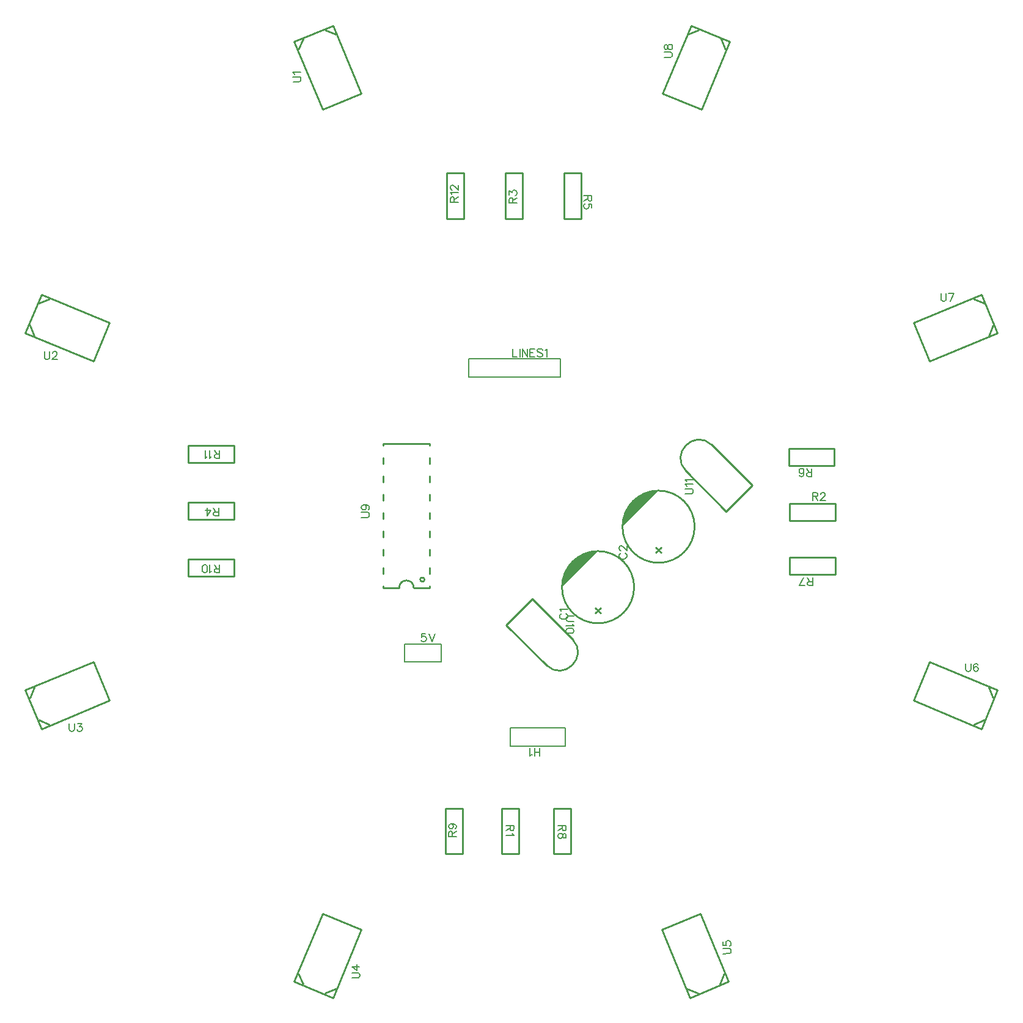
<source format=gto>
G04 Layer: TopSilkscreenLayer*
G04 EasyEDA v6.5.39, 2025-03-02 11:35:30*
G04 2ef312028e1c4a72bddf737b2bd369bb,953214928e7c43af8b9c7e5a0e4489c6,10*
G04 Gerber Generator version 0.2*
G04 Scale: 100 percent, Rotated: No, Reflected: No *
G04 Dimensions in millimeters *
G04 leading zeros omitted , absolute positions ,4 integer and 5 decimal *
%FSLAX45Y45*%
%MOMM*%

%ADD10C,0.1524*%
%ADD11C,0.2032*%
%ADD12C,0.2030*%
%ADD13C,0.2540*%

%LPD*%
D10*
X6412229Y5628436D02*
G01*
X6360413Y5628436D01*
X6355079Y5581700D01*
X6360413Y5586780D01*
X6375908Y5592114D01*
X6391656Y5592114D01*
X6407150Y5586780D01*
X6417563Y5576620D01*
X6422643Y5560872D01*
X6422643Y5550458D01*
X6417563Y5534964D01*
X6407150Y5524550D01*
X6391656Y5519470D01*
X6375908Y5519470D01*
X6360413Y5524550D01*
X6355079Y5529630D01*
X6350000Y5540044D01*
X6456934Y5628436D02*
G01*
X6498590Y5519470D01*
X6540245Y5628436D02*
G01*
X6498590Y5519470D01*
X7620000Y9576815D02*
G01*
X7620000Y9467850D01*
X7620000Y9467850D02*
G01*
X7682229Y9467850D01*
X7716520Y9576815D02*
G01*
X7716520Y9467850D01*
X7750809Y9576815D02*
G01*
X7750809Y9467850D01*
X7750809Y9576815D02*
G01*
X7823708Y9467850D01*
X7823708Y9576815D02*
G01*
X7823708Y9467850D01*
X7857997Y9576815D02*
G01*
X7857997Y9467850D01*
X7857997Y9576815D02*
G01*
X7925561Y9576815D01*
X7857997Y9525000D02*
G01*
X7899400Y9525000D01*
X7857997Y9467850D02*
G01*
X7925561Y9467850D01*
X8032495Y9561321D02*
G01*
X8022081Y9571736D01*
X8006588Y9576815D01*
X7985759Y9576815D01*
X7970265Y9571736D01*
X7959852Y9561321D01*
X7959852Y9550908D01*
X7964931Y9540494D01*
X7970265Y9535160D01*
X7980679Y9530079D01*
X8011668Y9519665D01*
X8022081Y9514586D01*
X8027415Y9509252D01*
X8032495Y9498837D01*
X8032495Y9483344D01*
X8022081Y9472929D01*
X8006588Y9467850D01*
X7985759Y9467850D01*
X7970265Y9472929D01*
X7959852Y9483344D01*
X8066786Y9555987D02*
G01*
X8077200Y9561321D01*
X8092693Y9576815D01*
X8092693Y9467850D01*
X3543300Y7263384D02*
G01*
X3543300Y7372350D01*
X3543300Y7263384D02*
G01*
X3496563Y7263384D01*
X3481070Y7268463D01*
X3475736Y7273797D01*
X3470656Y7284212D01*
X3470656Y7294626D01*
X3475736Y7305039D01*
X3481070Y7310120D01*
X3496563Y7315200D01*
X3543300Y7315200D01*
X3506977Y7315200D02*
G01*
X3470656Y7372350D01*
X3384295Y7263384D02*
G01*
X3436365Y7336028D01*
X3358388Y7336028D01*
X3384295Y7263384D02*
G01*
X3384295Y7372350D01*
X8713215Y11696700D02*
G01*
X8604250Y11696700D01*
X8713215Y11696700D02*
G01*
X8713215Y11649963D01*
X8708136Y11634470D01*
X8702802Y11629136D01*
X8692388Y11624055D01*
X8681974Y11624055D01*
X8671559Y11629136D01*
X8666479Y11634470D01*
X8661400Y11649963D01*
X8661400Y11696700D01*
X8661400Y11660378D02*
G01*
X8604250Y11624055D01*
X8713215Y11527281D02*
G01*
X8713215Y11579352D01*
X8666479Y11584431D01*
X8671559Y11579352D01*
X8676893Y11563604D01*
X8676893Y11548110D01*
X8671559Y11532615D01*
X8661400Y11522202D01*
X8645652Y11516868D01*
X8635238Y11516868D01*
X8619743Y11522202D01*
X8609329Y11532615D01*
X8604250Y11548110D01*
X8604250Y11563604D01*
X8609329Y11579352D01*
X8614409Y11584431D01*
X8624824Y11589765D01*
X11760200Y7809484D02*
G01*
X11760200Y7918450D01*
X11760200Y7809484D02*
G01*
X11713463Y7809484D01*
X11697970Y7814563D01*
X11692636Y7819897D01*
X11687556Y7830312D01*
X11687556Y7840726D01*
X11692636Y7851139D01*
X11697970Y7856220D01*
X11713463Y7861300D01*
X11760200Y7861300D01*
X11723877Y7861300D02*
G01*
X11687556Y7918450D01*
X11590781Y7824978D02*
G01*
X11596115Y7814563D01*
X11611609Y7809484D01*
X11622024Y7809484D01*
X11637518Y7814563D01*
X11647931Y7830312D01*
X11653265Y7856220D01*
X11653265Y7882128D01*
X11647931Y7902955D01*
X11637518Y7913370D01*
X11622024Y7918450D01*
X11616690Y7918450D01*
X11601195Y7913370D01*
X11590781Y7902955D01*
X11585702Y7887462D01*
X11585702Y7882128D01*
X11590781Y7866634D01*
X11601195Y7856220D01*
X11616690Y7851139D01*
X11622024Y7851139D01*
X11637518Y7856220D01*
X11647931Y7866634D01*
X11653265Y7882128D01*
X11772900Y6298184D02*
G01*
X11772900Y6407150D01*
X11772900Y6298184D02*
G01*
X11726163Y6298184D01*
X11710670Y6303263D01*
X11705336Y6308597D01*
X11700256Y6319012D01*
X11700256Y6329426D01*
X11705336Y6339839D01*
X11710670Y6344920D01*
X11726163Y6350000D01*
X11772900Y6350000D01*
X11736577Y6350000D02*
G01*
X11700256Y6407150D01*
X11593068Y6298184D02*
G01*
X11645138Y6407150D01*
X11665965Y6298184D02*
G01*
X11593068Y6298184D01*
X8357615Y2971800D02*
G01*
X8248650Y2971800D01*
X8357615Y2971800D02*
G01*
X8357615Y2925063D01*
X8352536Y2909570D01*
X8347202Y2904236D01*
X8336788Y2899155D01*
X8326374Y2899155D01*
X8315959Y2904236D01*
X8310879Y2909570D01*
X8305800Y2925063D01*
X8305800Y2971800D01*
X8305800Y2935478D02*
G01*
X8248650Y2899155D01*
X8357615Y2838704D02*
G01*
X8352536Y2854452D01*
X8342122Y2859531D01*
X8331708Y2859531D01*
X8321293Y2854452D01*
X8315959Y2844037D01*
X8310879Y2823210D01*
X8305800Y2807715D01*
X8295386Y2797302D01*
X8284972Y2791968D01*
X8269224Y2791968D01*
X8258809Y2797302D01*
X8253729Y2802381D01*
X8248650Y2818129D01*
X8248650Y2838704D01*
X8253729Y2854452D01*
X8258809Y2859531D01*
X8269224Y2864865D01*
X8284972Y2864865D01*
X8295386Y2859531D01*
X8305800Y2849118D01*
X8310879Y2833623D01*
X8315959Y2812795D01*
X8321293Y2802381D01*
X8331708Y2797302D01*
X8342122Y2797302D01*
X8352536Y2802381D01*
X8357615Y2818129D01*
X8357615Y2838704D01*
X6729984Y2819400D02*
G01*
X6838950Y2819400D01*
X6729984Y2819400D02*
G01*
X6729984Y2866136D01*
X6735063Y2881629D01*
X6740397Y2886963D01*
X6750811Y2892044D01*
X6761225Y2892044D01*
X6771640Y2886963D01*
X6776720Y2881629D01*
X6781800Y2866136D01*
X6781800Y2819400D01*
X6781800Y2855721D02*
G01*
X6838950Y2892044D01*
X6766306Y2993897D02*
G01*
X6781800Y2988818D01*
X6792213Y2978404D01*
X6797547Y2962910D01*
X6797547Y2957576D01*
X6792213Y2942081D01*
X6781800Y2931668D01*
X6766306Y2926334D01*
X6761225Y2926334D01*
X6745477Y2931668D01*
X6735063Y2942081D01*
X6729984Y2957576D01*
X6729984Y2962910D01*
X6735063Y2978404D01*
X6745477Y2988818D01*
X6766306Y2993897D01*
X6792213Y2993897D01*
X6818375Y2988818D01*
X6833870Y2978404D01*
X6838950Y2962910D01*
X6838950Y2952495D01*
X6833870Y2936747D01*
X6823456Y2931668D01*
X3556000Y6475984D02*
G01*
X3556000Y6584950D01*
X3556000Y6475984D02*
G01*
X3509263Y6475984D01*
X3493770Y6481063D01*
X3488436Y6486397D01*
X3483356Y6496812D01*
X3483356Y6507226D01*
X3488436Y6517639D01*
X3493770Y6522720D01*
X3509263Y6527800D01*
X3556000Y6527800D01*
X3519677Y6527800D02*
G01*
X3483356Y6584950D01*
X3449065Y6496812D02*
G01*
X3438652Y6491478D01*
X3422904Y6475984D01*
X3422904Y6584950D01*
X3357625Y6475984D02*
G01*
X3373120Y6481063D01*
X3383534Y6496812D01*
X3388613Y6522720D01*
X3388613Y6538213D01*
X3383534Y6564376D01*
X3373120Y6579870D01*
X3357625Y6584950D01*
X3347211Y6584950D01*
X3331463Y6579870D01*
X3321050Y6564376D01*
X3315970Y6538213D01*
X3315970Y6522720D01*
X3321050Y6496812D01*
X3331463Y6481063D01*
X3347211Y6475984D01*
X3357625Y6475984D01*
X3556000Y8063484D02*
G01*
X3556000Y8172450D01*
X3556000Y8063484D02*
G01*
X3509263Y8063484D01*
X3493770Y8068563D01*
X3488436Y8073897D01*
X3483356Y8084312D01*
X3483356Y8094726D01*
X3488436Y8105139D01*
X3493770Y8110220D01*
X3509263Y8115300D01*
X3556000Y8115300D01*
X3519677Y8115300D02*
G01*
X3483356Y8172450D01*
X3449065Y8084312D02*
G01*
X3438652Y8078978D01*
X3422904Y8063484D01*
X3422904Y8172450D01*
X3388613Y8084312D02*
G01*
X3378200Y8078978D01*
X3362706Y8063484D01*
X3362706Y8172450D01*
X6755384Y11607800D02*
G01*
X6864350Y11607800D01*
X6755384Y11607800D02*
G01*
X6755384Y11654536D01*
X6760463Y11670029D01*
X6765797Y11675363D01*
X6776211Y11680444D01*
X6786625Y11680444D01*
X6797040Y11675363D01*
X6802120Y11670029D01*
X6807200Y11654536D01*
X6807200Y11607800D01*
X6807200Y11644121D02*
G01*
X6864350Y11680444D01*
X6776211Y11714734D02*
G01*
X6770877Y11725147D01*
X6755384Y11740895D01*
X6864350Y11740895D01*
X6781291Y11780265D02*
G01*
X6776211Y11780265D01*
X6765797Y11785600D01*
X6760463Y11790679D01*
X6755384Y11801094D01*
X6755384Y11821921D01*
X6760463Y11832336D01*
X6765797Y11837415D01*
X6776211Y11842750D01*
X6786625Y11842750D01*
X6797040Y11837415D01*
X6812534Y11827002D01*
X6864350Y11775186D01*
X6864350Y11847829D01*
X1475745Y4385708D02*
G01*
X1476425Y4307733D01*
X1481640Y4292285D01*
X1492145Y4281962D01*
X1507937Y4277019D01*
X1518351Y4277111D01*
X1533799Y4282325D01*
X1544121Y4292831D01*
X1549067Y4308368D01*
X1548386Y4386343D01*
X1593087Y4386732D02*
G01*
X1650237Y4387232D01*
X1619613Y4345307D01*
X1635107Y4345442D01*
X1645564Y4340453D01*
X1650690Y4335416D01*
X1656161Y4319717D01*
X1656250Y4309303D01*
X1651053Y4293763D01*
X1640730Y4283257D01*
X1625279Y4278043D01*
X1609788Y4277908D01*
X1593994Y4282851D01*
X1588871Y4287885D01*
X1583446Y4298254D01*
X13550727Y10347063D02*
G01*
X13551408Y10269090D01*
X13556622Y10253639D01*
X13567125Y10243317D01*
X13582919Y10238374D01*
X13593330Y10238465D01*
X13608781Y10243680D01*
X13619104Y10254185D01*
X13624046Y10269722D01*
X13623368Y10347698D01*
X13730551Y10348633D02*
G01*
X13679434Y10239217D01*
X13657656Y10347998D02*
G01*
X13730551Y10348633D01*
X9722401Y13614684D02*
G01*
X9800376Y13615365D01*
X9815824Y13620579D01*
X9826147Y13631085D01*
X9831090Y13646876D01*
X9830998Y13657290D01*
X9825784Y13672738D01*
X9815278Y13683061D01*
X9799741Y13688006D01*
X9721766Y13687325D01*
X9721240Y13747775D02*
G01*
X9726457Y13732073D01*
X9736914Y13727084D01*
X9747328Y13727173D01*
X9757697Y13732344D01*
X9762939Y13742804D01*
X9767839Y13763675D01*
X9772782Y13779215D01*
X9783104Y13789718D01*
X9793472Y13795143D01*
X9809220Y13795281D01*
X9819680Y13790038D01*
X9824803Y13785001D01*
X9830020Y13769299D01*
X9830201Y13748725D01*
X9825258Y13732934D01*
X9820224Y13727811D01*
X9809855Y13722385D01*
X9794107Y13722248D01*
X9783648Y13727490D01*
X9773145Y13737813D01*
X9767930Y13753264D01*
X9762667Y13774046D01*
X9757242Y13784412D01*
X9746785Y13789403D01*
X9736371Y13789312D01*
X9726002Y13784140D01*
X9721060Y13768349D01*
X9721240Y13747775D01*
X5523484Y7239000D02*
G01*
X5601461Y7239000D01*
X5616956Y7244079D01*
X5627370Y7254494D01*
X5632450Y7270242D01*
X5632450Y7280655D01*
X5627370Y7296150D01*
X5616956Y7306563D01*
X5601461Y7311644D01*
X5523484Y7311644D01*
X5559806Y7413497D02*
G01*
X5575300Y7408418D01*
X5585713Y7398004D01*
X5591047Y7382510D01*
X5591047Y7377176D01*
X5585713Y7361681D01*
X5575300Y7351268D01*
X5559806Y7345934D01*
X5554725Y7345934D01*
X5538977Y7351268D01*
X5528563Y7361681D01*
X5523484Y7377176D01*
X5523484Y7382510D01*
X5528563Y7398004D01*
X5538977Y7408418D01*
X5559806Y7413497D01*
X5585713Y7413497D01*
X5611875Y7408418D01*
X5627370Y7398004D01*
X5632450Y7382510D01*
X5632450Y7372095D01*
X5627370Y7356347D01*
X5616956Y7351268D01*
X4575797Y13273257D02*
G01*
X4653772Y13273938D01*
X4669223Y13279155D01*
X4679546Y13289658D01*
X4684486Y13305449D01*
X4684397Y13315863D01*
X4679180Y13331314D01*
X4668677Y13341637D01*
X4653140Y13346579D01*
X4575164Y13345899D01*
X4595693Y13380369D02*
G01*
X4590267Y13390737D01*
X4574636Y13406348D01*
X4683597Y13407301D01*
X1130901Y9538525D02*
G01*
X1131582Y9460550D01*
X1136799Y9445101D01*
X1147302Y9434779D01*
X1163093Y9429836D01*
X1173507Y9429927D01*
X1188958Y9435142D01*
X1199281Y9445645D01*
X1204224Y9461185D01*
X1203543Y9539157D01*
X1243393Y9513597D02*
G01*
X1243347Y9518677D01*
X1248336Y9529135D01*
X1253624Y9534514D01*
X1263992Y9539686D01*
X1284566Y9539866D01*
X1295024Y9534878D01*
X1300406Y9529589D01*
X1305575Y9519221D01*
X1305666Y9508807D01*
X1300678Y9498347D01*
X1290398Y9482764D01*
X1238783Y9430496D01*
X1311678Y9431131D01*
X5390388Y859157D02*
G01*
X5468363Y859838D01*
X5483811Y865052D01*
X5494134Y875558D01*
X5499077Y891349D01*
X5498985Y901763D01*
X5493771Y917211D01*
X5483265Y927536D01*
X5467728Y932479D01*
X5389752Y931798D01*
X5389001Y1018156D02*
G01*
X5462094Y966721D01*
X5461416Y1044696D01*
X5389001Y1018156D02*
G01*
X5497962Y1019106D01*
X10534926Y1196708D02*
G01*
X10612902Y1197389D01*
X10628350Y1202603D01*
X10638673Y1213106D01*
X10643615Y1228900D01*
X10643524Y1239311D01*
X10638309Y1254762D01*
X10627804Y1265085D01*
X10612267Y1270027D01*
X10534291Y1269349D01*
X10533448Y1366118D02*
G01*
X10533903Y1314051D01*
X10580679Y1309380D01*
X10575556Y1314414D01*
X10570085Y1330114D01*
X10569950Y1345608D01*
X10575147Y1361147D01*
X10585216Y1371650D01*
X10600918Y1377121D01*
X10611332Y1377213D01*
X10626872Y1372014D01*
X10637375Y1361691D01*
X10642592Y1346243D01*
X10642727Y1330749D01*
X10637784Y1314957D01*
X10632749Y1309832D01*
X10622381Y1304409D01*
X13894676Y5213875D02*
G01*
X13895357Y5135900D01*
X13900571Y5120452D01*
X13911077Y5110129D01*
X13926868Y5105186D01*
X13937282Y5105278D01*
X13952730Y5110492D01*
X13963055Y5120998D01*
X13967998Y5136535D01*
X13967317Y5214510D01*
X14064223Y5199860D02*
G01*
X14058798Y5210228D01*
X14043261Y5215171D01*
X14032847Y5215082D01*
X14017398Y5209867D01*
X14007122Y5194028D01*
X14002014Y5168074D01*
X14002240Y5142166D01*
X14007757Y5121386D01*
X14018259Y5111064D01*
X14033799Y5106118D01*
X14039133Y5106167D01*
X14054581Y5111381D01*
X14064904Y5121884D01*
X14069849Y5137424D01*
X14069801Y5142758D01*
X14064587Y5158206D01*
X14054084Y5168529D01*
X14038544Y5173474D01*
X14033210Y5173426D01*
X14017762Y5168211D01*
X14007439Y5157708D01*
X14002240Y5142166D01*
X7633715Y2971800D02*
G01*
X7524750Y2971800D01*
X7633715Y2971800D02*
G01*
X7633715Y2925063D01*
X7628636Y2909570D01*
X7623302Y2904236D01*
X7612888Y2899155D01*
X7602474Y2899155D01*
X7592059Y2904236D01*
X7586979Y2909570D01*
X7581900Y2925063D01*
X7581900Y2971800D01*
X7581900Y2935478D02*
G01*
X7524750Y2899155D01*
X7612888Y2864865D02*
G01*
X7618222Y2854452D01*
X7633715Y2838704D01*
X7524750Y2838704D01*
X11772900Y7582915D02*
G01*
X11772900Y7473950D01*
X11772900Y7582915D02*
G01*
X11819636Y7582915D01*
X11835129Y7577836D01*
X11840463Y7572502D01*
X11845543Y7562087D01*
X11845543Y7551673D01*
X11840463Y7541260D01*
X11835129Y7536179D01*
X11819636Y7531100D01*
X11772900Y7531100D01*
X11809222Y7531100D02*
G01*
X11845543Y7473950D01*
X11885168Y7557008D02*
G01*
X11885168Y7562087D01*
X11890247Y7572502D01*
X11895581Y7577836D01*
X11905995Y7582915D01*
X11926570Y7582915D01*
X11936984Y7577836D01*
X11942318Y7572502D01*
X11947397Y7562087D01*
X11947397Y7551673D01*
X11942318Y7541260D01*
X11931904Y7525765D01*
X11879834Y7473950D01*
X11952731Y7473950D01*
X7568184Y11595100D02*
G01*
X7677150Y11595100D01*
X7568184Y11595100D02*
G01*
X7568184Y11641836D01*
X7573263Y11657329D01*
X7578597Y11662663D01*
X7589011Y11667744D01*
X7599425Y11667744D01*
X7609840Y11662663D01*
X7614920Y11657329D01*
X7620000Y11641836D01*
X7620000Y11595100D01*
X7620000Y11631421D02*
G01*
X7677150Y11667744D01*
X7568184Y11712447D02*
G01*
X7568184Y11769597D01*
X7609840Y11738610D01*
X7609840Y11754104D01*
X7614920Y11764518D01*
X7620000Y11769597D01*
X7635747Y11774931D01*
X7646161Y11774931D01*
X7661656Y11769597D01*
X7672070Y11759184D01*
X7677150Y11743689D01*
X7677150Y11728195D01*
X7672070Y11712447D01*
X7666990Y11707368D01*
X7656575Y11702034D01*
X7992999Y3933469D02*
G01*
X7992999Y4042435D01*
X7920354Y3933469D02*
G01*
X7920354Y4042435D01*
X7992999Y3985285D02*
G01*
X7920354Y3985285D01*
X7886065Y3954297D02*
G01*
X7875650Y3948963D01*
X7859902Y3933469D01*
X7859902Y4042435D01*
X8294324Y5907562D02*
G01*
X8283910Y5902228D01*
X8273496Y5891814D01*
X8268416Y5881654D01*
X8268416Y5860826D01*
X8273496Y5850412D01*
X8283910Y5839998D01*
X8294324Y5834664D01*
X8310072Y5829584D01*
X8335980Y5829584D01*
X8351474Y5834664D01*
X8361888Y5839998D01*
X8372302Y5850412D01*
X8377382Y5860826D01*
X8377382Y5881654D01*
X8372302Y5891814D01*
X8361888Y5902228D01*
X8351474Y5907562D01*
X8289244Y5941852D02*
G01*
X8283910Y5952266D01*
X8268416Y5967760D01*
X8377382Y5967760D01*
X9118135Y6744060D02*
G01*
X9107721Y6738726D01*
X9097307Y6728312D01*
X9092227Y6718152D01*
X9092227Y6697324D01*
X9097307Y6686910D01*
X9107721Y6676496D01*
X9118135Y6671162D01*
X9133883Y6666082D01*
X9159791Y6666082D01*
X9175285Y6671162D01*
X9185699Y6676496D01*
X9196113Y6686910D01*
X9201193Y6697324D01*
X9201193Y6718152D01*
X9196113Y6728312D01*
X9185699Y6738726D01*
X9175285Y6744060D01*
X9118135Y6783430D02*
G01*
X9113055Y6783430D01*
X9102641Y6788764D01*
X9097307Y6793844D01*
X9092227Y6804258D01*
X9092227Y6825086D01*
X9097307Y6835500D01*
X9102641Y6840580D01*
X9113055Y6845914D01*
X9123469Y6845914D01*
X9133883Y6840580D01*
X9149377Y6830166D01*
X9201193Y6778350D01*
X9201193Y6850994D01*
X8465606Y5873968D02*
G01*
X8387628Y5873968D01*
X8372134Y5868888D01*
X8361720Y5858474D01*
X8356640Y5842726D01*
X8356640Y5832312D01*
X8361720Y5816818D01*
X8372134Y5806404D01*
X8387628Y5801324D01*
X8465606Y5801324D01*
X8444778Y5767034D02*
G01*
X8450112Y5756620D01*
X8465606Y5740872D01*
X8356640Y5740872D01*
X8465606Y5675594D02*
G01*
X8460526Y5691088D01*
X8444778Y5701502D01*
X8418870Y5706582D01*
X8403376Y5706582D01*
X8377214Y5701502D01*
X8361720Y5691088D01*
X8356640Y5675594D01*
X8356640Y5665180D01*
X8361720Y5649432D01*
X8377214Y5639018D01*
X8403376Y5633938D01*
X8418870Y5633938D01*
X8444778Y5639018D01*
X8460526Y5649432D01*
X8465606Y5665180D01*
X8465606Y5675594D01*
X10009444Y7566464D02*
G01*
X10087422Y7566464D01*
X10102916Y7571544D01*
X10113330Y7581958D01*
X10118410Y7597706D01*
X10118410Y7608120D01*
X10113330Y7623614D01*
X10102916Y7634028D01*
X10087422Y7639108D01*
X10009444Y7639108D01*
X10030272Y7673398D02*
G01*
X10024938Y7683812D01*
X10009444Y7699560D01*
X10118410Y7699560D01*
X10030272Y7733850D02*
G01*
X10024938Y7744264D01*
X10009444Y7759758D01*
X10118410Y7759758D01*
G36*
X8801100Y6776720D02*
G01*
X8675370Y6758736D01*
X8531707Y6686905D01*
X8405977Y6597091D01*
X8352078Y6507276D01*
X8298230Y6273800D01*
G37*
G36*
X9639300Y7614920D02*
G01*
X9513570Y7596936D01*
X9369907Y7525105D01*
X9244177Y7435291D01*
X9190278Y7345476D01*
X9136430Y7112000D01*
G37*
D11*
X6629400Y5487720D02*
G01*
X6629400Y5236260D01*
X6121400Y5236260D01*
X6121400Y5487720D01*
X6629400Y5487720D01*
X7200900Y9436100D02*
G01*
X7010400Y9436100D01*
X7010400Y9182100D01*
X8280400Y9182100D01*
X8280400Y9436100D01*
D12*
X8280400Y9436100D02*
G01*
X7200900Y9436100D01*
D13*
X3756659Y7447279D02*
G01*
X3756659Y7208520D01*
X3756659Y7208520D02*
G01*
X3126740Y7208520D01*
X3126740Y7208520D02*
G01*
X3126740Y7447279D01*
X3126740Y7447279D02*
G01*
X3756659Y7447279D01*
X8326120Y12011660D02*
G01*
X8564879Y12011660D01*
X8564879Y12011660D02*
G01*
X8564879Y11381739D01*
X8564879Y11381739D02*
G01*
X8326120Y11381739D01*
X8326120Y11381739D02*
G01*
X8326120Y12011660D01*
X12075159Y8196579D02*
G01*
X12075159Y7957820D01*
X12075159Y7957820D02*
G01*
X11445240Y7957820D01*
X11445240Y7957820D02*
G01*
X11445240Y8196579D01*
X11445240Y8196579D02*
G01*
X12075159Y8196579D01*
X12087859Y6685279D02*
G01*
X12087859Y6446520D01*
X12087859Y6446520D02*
G01*
X11457940Y6446520D01*
X11457940Y6446520D02*
G01*
X11457940Y6685279D01*
X11457940Y6685279D02*
G01*
X12087859Y6685279D01*
X8425179Y2580639D02*
G01*
X8186420Y2580639D01*
X8186420Y2580639D02*
G01*
X8186420Y3210560D01*
X8186420Y3210560D02*
G01*
X8425179Y3210560D01*
X8425179Y3210560D02*
G01*
X8425179Y2580639D01*
X6926579Y2580639D02*
G01*
X6687820Y2580639D01*
X6687820Y2580639D02*
G01*
X6687820Y3210560D01*
X6687820Y3210560D02*
G01*
X6926579Y3210560D01*
X6926579Y3210560D02*
G01*
X6926579Y2580639D01*
X3126740Y6421120D02*
G01*
X3126740Y6659879D01*
X3126740Y6659879D02*
G01*
X3756659Y6659879D01*
X3756659Y6659879D02*
G01*
X3756659Y6421120D01*
X3756659Y6421120D02*
G01*
X3126740Y6421120D01*
X3126740Y7995920D02*
G01*
X3126740Y8234679D01*
X3126740Y8234679D02*
G01*
X3756659Y8234679D01*
X3756659Y8234679D02*
G01*
X3756659Y7995920D01*
X3756659Y7995920D02*
G01*
X3126740Y7995920D01*
X6700520Y12011660D02*
G01*
X6939279Y12011660D01*
X6939279Y12011660D02*
G01*
X6939279Y11381739D01*
X6939279Y11381739D02*
G01*
X6700520Y11381739D01*
X6700520Y11381739D02*
G01*
X6700520Y12011660D01*
X1202723Y4371266D02*
G01*
X1053383Y4433125D01*
X927021Y4738189D02*
G01*
X988880Y4887531D01*
X2029960Y4702454D02*
G01*
X1087612Y4312122D01*
X865654Y4847981D01*
X1807999Y5238313D01*
X2029960Y4702454D01*
X13999176Y10271836D02*
G01*
X14148516Y10209977D01*
X14274878Y9904910D02*
G01*
X14213019Y9755571D01*
X13171939Y9940648D02*
G01*
X14114284Y10330980D01*
X14336245Y9795121D01*
X13393900Y9404789D01*
X13171939Y9940648D01*
X10047668Y13933619D02*
G01*
X10197010Y13995478D01*
X10502074Y13869116D02*
G01*
X10563933Y13719776D01*
X9696909Y13114489D02*
G01*
X10087241Y14056834D01*
X10623100Y13834877D01*
X10232768Y12892529D01*
X9696909Y13114489D01*
X6466786Y8264400D02*
G01*
X5826813Y8264400D01*
X6046980Y6264399D02*
G01*
X5826986Y6264399D01*
X6466786Y7982465D02*
G01*
X6466786Y8070334D01*
X6466786Y7728465D02*
G01*
X6466786Y7816334D01*
X6466786Y7474465D02*
G01*
X6466786Y7562334D01*
X6466786Y7220465D02*
G01*
X6466786Y7308334D01*
X6466786Y6966465D02*
G01*
X6466786Y7054334D01*
X6466786Y6712465D02*
G01*
X6466786Y6800334D01*
X6466786Y6458465D02*
G01*
X6466786Y6546334D01*
X6466786Y6264399D02*
G01*
X6466786Y6292334D01*
X5826986Y8236333D02*
G01*
X5826986Y8264400D01*
X5826986Y7982333D02*
G01*
X5826986Y8070466D01*
X5826986Y7728333D02*
G01*
X5826986Y7816466D01*
X5826986Y7474333D02*
G01*
X5826986Y7562466D01*
X5826986Y7220333D02*
G01*
X5826986Y7308466D01*
X5826986Y6966333D02*
G01*
X5826986Y7054466D01*
X5826986Y6712333D02*
G01*
X5826986Y6800466D01*
X5826986Y6458333D02*
G01*
X5826986Y6546466D01*
X5826986Y6264399D02*
G01*
X5826986Y6292466D01*
X6466786Y6264399D02*
G01*
X6246799Y6264399D01*
X6466786Y8236465D02*
G01*
X6466786Y8264400D01*
X4650663Y13719776D02*
G01*
X4712522Y13869116D01*
X5017587Y13995478D02*
G01*
X5166928Y13933619D01*
X4981851Y12892539D02*
G01*
X4591519Y13834887D01*
X5127378Y14056845D01*
X5517710Y13114500D01*
X4981851Y12892539D01*
X988880Y9755571D02*
G01*
X927021Y9904910D01*
X1053383Y10209977D02*
G01*
X1202723Y10271833D01*
X1808010Y9404812D02*
G01*
X865665Y9795144D01*
X1087622Y10331002D01*
X2029970Y9940670D01*
X1808010Y9404812D01*
X5166928Y709480D02*
G01*
X5017589Y647621D01*
X4712522Y773983D02*
G01*
X4650663Y923323D01*
X5517687Y1528607D02*
G01*
X5127355Y586262D01*
X4591497Y808222D01*
X4981829Y1750568D01*
X5517687Y1528607D01*
X10551233Y923325D02*
G01*
X10489374Y773983D01*
X10184310Y647621D02*
G01*
X10034971Y709480D01*
X10220045Y1750560D02*
G01*
X10610377Y808215D01*
X10074518Y586254D01*
X9684186Y1528599D01*
X10220045Y1750560D01*
X14213019Y4887528D02*
G01*
X14274878Y4738189D01*
X14148516Y4433125D02*
G01*
X13999176Y4371266D01*
X13393889Y5238290D02*
G01*
X14336237Y4847955D01*
X14114277Y4312097D01*
X13171929Y4702431D01*
X13393889Y5238290D01*
X7462520Y3210560D02*
G01*
X7701279Y3210560D01*
X7701279Y3210560D02*
G01*
X7701279Y2580639D01*
X7701279Y2580639D02*
G01*
X7462520Y2580639D01*
X7462520Y2580639D02*
G01*
X7462520Y3210560D01*
X11457940Y7195820D02*
G01*
X11457940Y7434579D01*
X11457940Y7434579D02*
G01*
X12087859Y7434579D01*
X12087859Y7434579D02*
G01*
X12087859Y7195820D01*
X12087859Y7195820D02*
G01*
X11457940Y7195820D01*
X7752079Y11381739D02*
G01*
X7513320Y11381739D01*
X7513320Y11381739D02*
G01*
X7513320Y12011660D01*
X7513320Y12011660D02*
G01*
X7752079Y12011660D01*
X7752079Y12011660D02*
G01*
X7752079Y11381739D01*
D11*
X7840599Y4074185D02*
G01*
X7586599Y4074185D01*
X7586599Y4325645D01*
X8348599Y4325645D01*
X8348599Y4074185D01*
X7840599Y4074185D01*
D13*
X8837020Y5914590D02*
G01*
X8765179Y5986432D01*
X8765179Y5914590D02*
G01*
X8837020Y5986432D01*
X9675220Y6752790D02*
G01*
X9603379Y6824632D01*
X9603379Y6752790D02*
G01*
X9675220Y6824632D01*
X8454374Y5544647D02*
G01*
X7888617Y6110401D01*
X7888617Y6110401D02*
G01*
X7529408Y5751192D01*
X8095162Y5185435D02*
G01*
X7529408Y5751192D01*
X10011425Y7891952D02*
G01*
X10577182Y7326198D01*
X10577182Y7326198D02*
G01*
X10936391Y7685407D01*
X10370637Y8251164D02*
G01*
X10936391Y7685407D01*
G75*
G01*
X6046800Y6264402D02*
G02*
X6246800Y6269406I100000J2502D01*
G75*
G01*
X8445393Y5553626D02*
G02*
X8086184Y5194417I-180007J-179201D01*
G75*
G01*
X10020407Y7882974D02*
G02*
X10379616Y8242183I180007J179201D01*
G75*
G01
X6396787Y6379413D02*
G03X6396787Y6379413I-29997J0D01*
G75*
G01
X9300972Y6273800D02*
G03X9300972Y6273800I-499872J0D01*
G75*
G01
X10139172Y7112000D02*
G03X10139172Y7112000I-499872J0D01*
M02*

</source>
